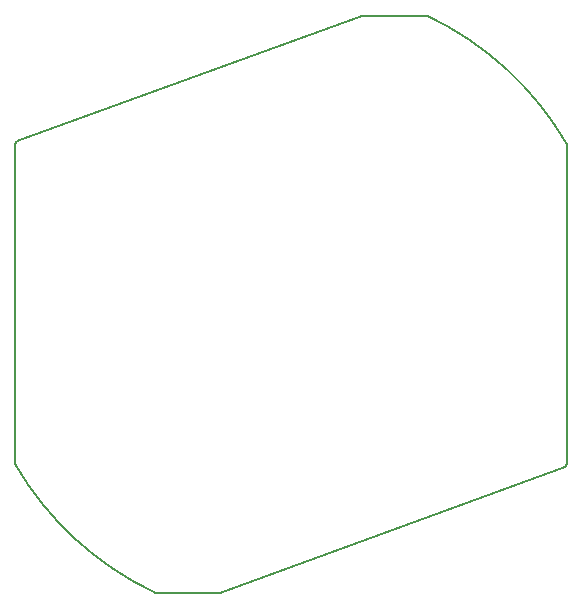
<source format=gbr>
%TF.GenerationSoftware,KiCad,Pcbnew,8.0.3*%
%TF.CreationDate,2024-06-29T02:25:23+02:00*%
%TF.ProjectId,io-16x-fused-fm,696f2d31-3678-42d6-9675-7365642d666d,rev?*%
%TF.SameCoordinates,Original*%
%TF.FileFunction,Profile,NP*%
%FSLAX46Y46*%
G04 Gerber Fmt 4.6, Leading zero omitted, Abs format (unit mm)*
G04 Created by KiCad (PCBNEW 8.0.3) date 2024-06-29 02:25:23*
%MOMM*%
%LPD*%
G01*
G04 APERTURE LIST*
%TA.AperFunction,Profile*%
%ADD10C,0.152400*%
%TD*%
G04 APERTURE END LIST*
D10*
X154543900Y-80575150D02*
X125280900Y-91225950D01*
X137001100Y-129432050D02*
X142458300Y-129432050D01*
X142458300Y-129432050D02*
X171721300Y-118781150D01*
X160001100Y-80575150D02*
G75*
G02*
X171883793Y-91503554I-11499900J-24428450D01*
G01*
X171883800Y-91503550D02*
X171883800Y-118503550D01*
X171883800Y-118503550D02*
G75*
G02*
X171721300Y-118781150I-23398900J13510750D01*
G01*
X125118400Y-91503550D02*
X125118400Y-118503550D01*
X154543900Y-80575150D02*
X160001100Y-80575150D01*
X125118400Y-91503550D02*
G75*
G02*
X125280900Y-91225950I23398900J-13510750D01*
G01*
X137001100Y-129432050D02*
G75*
G02*
X125118367Y-118503569I11500000J24428550D01*
G01*
M02*

</source>
